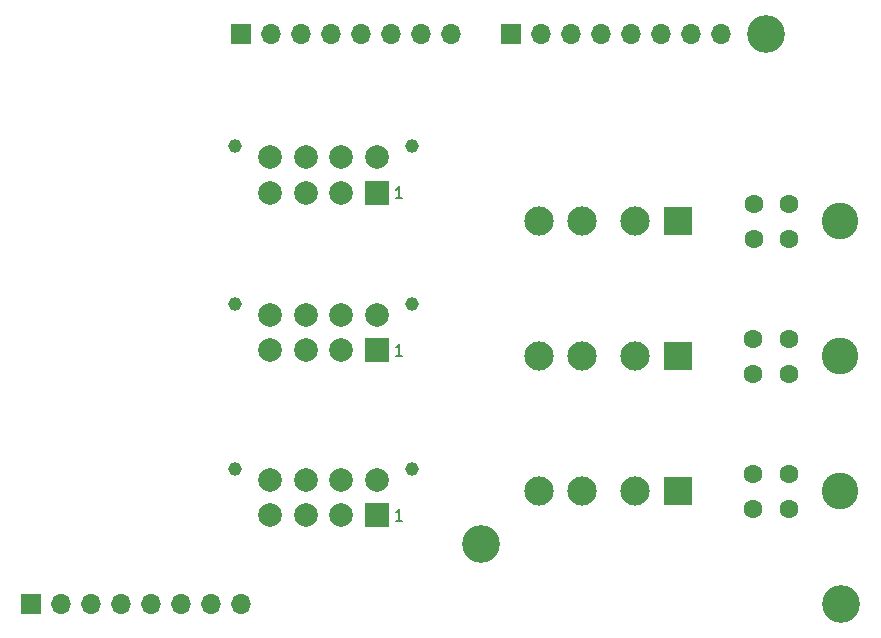
<source format=gbr>
%TF.GenerationSoftware,KiCad,Pcbnew,(6.0.7)*%
%TF.CreationDate,2022-08-17T13:42:15+03:00*%
%TF.ProjectId,Master Shield,4d617374-6572-4205-9368-69656c642e6b,1*%
%TF.SameCoordinates,Original*%
%TF.FileFunction,Soldermask,Bot*%
%TF.FilePolarity,Negative*%
%FSLAX46Y46*%
G04 Gerber Fmt 4.6, Leading zero omitted, Abs format (unit mm)*
G04 Created by KiCad (PCBNEW (6.0.7)) date 2022-08-17 13:42:15*
%MOMM*%
%LPD*%
G01*
G04 APERTURE LIST*
%ADD10C,0.150000*%
%ADD11C,3.200000*%
%ADD12C,3.099822*%
%ADD13C,1.600000*%
%ADD14C,1.150013*%
%ADD15R,2.000000X2.000000*%
%ADD16C,2.000000*%
%ADD17C,2.480000*%
%ADD18R,2.480000X2.480000*%
%ADD19R,1.700000X1.700000*%
%ADD20O,1.700000X1.700000*%
G04 APERTURE END LIST*
D10*
%TO.C,BUS3*%
X59391527Y9589365D02*
X58820098Y9589365D01*
X59105813Y9589365D02*
X59105813Y10589365D01*
X59010574Y10446507D01*
X58915336Y10351269D01*
X58820098Y10303650D01*
%TO.C,BUS2*%
X59391527Y23559365D02*
X58820098Y23559365D01*
X59105813Y23559365D02*
X59105813Y24559365D01*
X59010574Y24416507D01*
X58915336Y24321269D01*
X58820098Y24273650D01*
%TO.C,BUS1*%
X59391527Y36894365D02*
X58820098Y36894365D01*
X59105813Y36894365D02*
X59105813Y37894365D01*
X59010574Y37751507D01*
X58915336Y37656269D01*
X58820098Y37608650D01*
%TD*%
D11*
%TO.C,MH6*%
X96520000Y2540000D03*
%TD*%
D12*
%TO.C,PSU1*%
X96455771Y34933250D03*
D13*
X92135629Y36434393D03*
X92135629Y33434647D03*
X89135883Y36434393D03*
X89135883Y33434647D03*
%TD*%
D14*
%TO.C,BUS3*%
X45204873Y14000089D03*
X60205127Y14000089D03*
D15*
X57205127Y10049873D03*
D16*
X54205127Y10049873D03*
X51205127Y10049873D03*
X48205127Y10049873D03*
X57205127Y13049873D03*
X54205127Y13049873D03*
X51205127Y13049873D03*
X48205127Y13049873D03*
%TD*%
D12*
%TO.C,PSU3*%
X96421171Y12065000D03*
D13*
X92101029Y13566143D03*
X92101029Y10566397D03*
X89101283Y13566143D03*
X89101283Y10566397D03*
%TD*%
D12*
%TO.C,PSU2*%
X96421171Y23495000D03*
D13*
X92101029Y24996143D03*
X92101029Y21996397D03*
X89101283Y24996143D03*
X89101283Y21996397D03*
%TD*%
D17*
%TO.C,F2*%
X79070000Y23495000D03*
D18*
X82730000Y23495000D03*
D17*
X74600000Y23495000D03*
X70940000Y23495000D03*
%TD*%
D14*
%TO.C,BUS2*%
X60205127Y27970089D03*
X45204873Y27970089D03*
D15*
X57205127Y24019873D03*
D16*
X54205127Y24019873D03*
X51205127Y24019873D03*
X48205127Y24019873D03*
X57205127Y27019873D03*
X54205127Y27019873D03*
X51205127Y27019873D03*
X48205127Y27019873D03*
%TD*%
D11*
%TO.C,MH4*%
X66040000Y7620000D03*
%TD*%
D18*
%TO.C,F1*%
X82730000Y34925000D03*
D17*
X79070000Y34925000D03*
X74600000Y34925000D03*
X70940000Y34925000D03*
%TD*%
D18*
%TO.C,F3*%
X82730000Y12065000D03*
D17*
X79070000Y12065000D03*
X70940000Y12065000D03*
X74600000Y12065000D03*
%TD*%
D11*
%TO.C,MH5*%
X90170000Y50800000D03*
%TD*%
D14*
%TO.C,BUS1*%
X60205127Y41305089D03*
X45204873Y41305089D03*
D15*
X57205127Y37354873D03*
D16*
X54205127Y37354873D03*
X51205127Y37354873D03*
X48205127Y37354873D03*
X57205127Y40354873D03*
X54205127Y40354873D03*
X51205127Y40354873D03*
X48205127Y40354873D03*
%TD*%
D19*
%TO.C,J1*%
X27940000Y2540000D03*
D20*
X30480000Y2540000D03*
X33020000Y2540000D03*
X35560000Y2540000D03*
X38100000Y2540000D03*
X40640000Y2540000D03*
X43180000Y2540000D03*
X45720000Y2540000D03*
%TD*%
D19*
%TO.C,J2*%
X45720000Y50800000D03*
D20*
X48260000Y50800000D03*
X50800000Y50800000D03*
X53340000Y50800000D03*
X55880000Y50800000D03*
X58420000Y50800000D03*
X60960000Y50800000D03*
X63500000Y50800000D03*
%TD*%
D19*
%TO.C,J3*%
X68580000Y50800000D03*
D20*
X71120000Y50800000D03*
X73660000Y50800000D03*
X76200000Y50800000D03*
X78740000Y50800000D03*
X81280000Y50800000D03*
X83820000Y50800000D03*
X86360000Y50800000D03*
%TD*%
M02*

</source>
